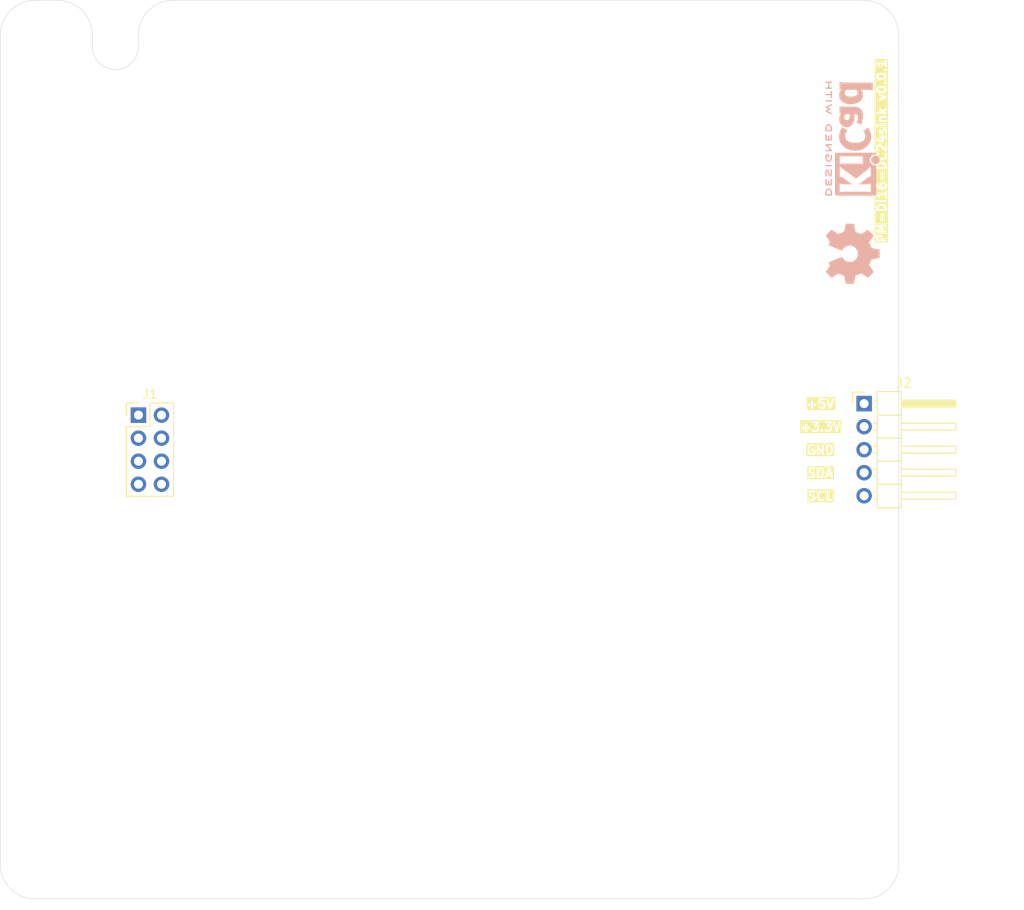
<source format=kicad_pcb>
(kicad_pcb (version 20240108) (generator "pcbnew") (generator_version "8.0")
  (layers (0 "F.Cu" signal) (31 "B.Cu" signal) (34 "B.Paste" user) (35 "F.Paste" user) (36 "B.SilkS" user "B.Silkscreen") (37 "F.SilkS" user "F.Silkscreen") (38 "B.Mask" user) (39 "F.Mask" user) (44 "Edge.Cuts" user))
  (net 0 "")
  (net 2 "GND")
  (net 8 "/SDA")
  (net 9 "/SCL")
  (net 10 "+3.3V_BUS")
  (net 11 "+5V_BUS")
  (footprint "kicad_inventree_lib:PM-front-02x04" (layer "F.Cu") (at 39.37 100.33)
    (property "Reference" "J1" (at 2.54 -6.14 0) (layer "F.SilkS"))
    (property "Value" "~")
    (pad "1" thru_hole rect (at 1.27 -3.81) (size 1.7 1.7) (drill 1) (layers "*.Cu" "*.Mask"))
    (pad "2" thru_hole oval (at 3.81 -3.81) (size 1.7 1.7) (drill 1) (layers "*.Cu" "*.Mask"))
    (pad "3" thru_hole oval (at 1.27 -1.27) (size 1.7 1.7) (drill 1) (layers "*.Cu" "*.Mask"))
    (pad "4" thru_hole oval (at 3.81 -1.27) (size 1.7 1.7) (drill 1) (layers "*.Cu" "*.Mask"))
    (pad "5" thru_hole oval (at 1.27 1.27) (size 1.7 1.7) (drill 1) (layers "*.Cu" "*.Mask"))
    (pad "6" thru_hole oval (at 3.81 1.27) (size 1.7 1.7) (drill 1) (layers "*.Cu" "*.Mask"))
    (pad "7" thru_hole oval (at 1.27 3.81) (size 1.7 1.7) (drill 1) (layers "*.Cu" "*.Mask") (net 2 "GND"))
    (pad "8" thru_hole oval (at 3.81 3.81) (size 1.7 1.7) (drill 1) (layers "*.Cu" "*.Mask") (net 2 "GND"))
  )
  (footprint "MountingHole:MountingHole_3.2mm_M3" (layer "F.Cu") (at 44.45 54.61)
    (property "Reference" "H1" (hide yes))
    (property "Value" "MountingHole")
    (pad "" np_thru_hole circle (at 0 0) (size 3.2 3.2) (drill 3.2) (layers "*.Cu" "*.Mask"))
  )
  (footprint "MountingHole:MountingHole_3.2mm_M3" (layer "F.Cu") (at 120.65 146.05)
    (property "Reference" "H3" (hide yes))
    (property "Value" "MountingHole")
    (pad "" np_thru_hole circle (at 0 0) (size 3.2 3.2) (drill 3.2) (layers "*.Cu" "*.Mask"))
  )
  (footprint "Connector_PinHeader_2.54mm:PinHeader_1x05_P2.54mm_Horizontal" (layer "F.Cu") (at 120.65 95.25)
    (property "Reference" "J2" (at 4.385 -2.27 0) (layer "F.SilkS"))
    (property "Value" "PinHeader_01x05_P2.54_THT_angle")
    (pad "1" thru_hole rect (at 0 0) (size 1.7 1.7) (drill 1) (layers "*.Cu" "*.Mask") (net 11 "+5V_BUS"))
    (pad "2" thru_hole oval (at 0 2.54) (size 1.7 1.7) (drill 1) (layers "*.Cu" "*.Mask") (net 10 "+3.3V_BUS"))
    (pad "3" thru_hole oval (at 0 5.08) (size 1.7 1.7) (drill 1) (layers "*.Cu" "*.Mask") (net 2 "GND"))
    (pad "4" thru_hole oval (at 0 7.62) (size 1.7 1.7) (drill 1) (layers "*.Cu" "*.Mask") (net 8 "/SDA"))
    (pad "5" thru_hole oval (at 0 10.16) (size 1.7 1.7) (drill 1) (layers "*.Cu" "*.Mask") (net 9 "/SCL"))
  )
  (footprint "MountingHole:MountingHole_3.2mm_M3" (layer "F.Cu") (at 120.65 54.61)
    (property "Reference" "H2" (hide yes))
    (property "Value" "MountingHole")
    (pad "" np_thru_hole circle (at 0 0) (size 3.2 3.2) (drill 3.2) (layers "*.Cu" "*.Mask"))
  )
  (footprint "Symbol:KiCad-Logo2_5mm_SilkScreen" (layer "B.Cu") (at 119.38 66.04 90)
    (property "Reference" "kicad_logo" (hide yes))
    (property "Value" "KiCad-Logo2_5mm_SilkScreen" (hide yes))
  )
  (footprint "Symbol:OSHW-Symbol_6.7x6mm_SilkScreen" (layer "B.Cu") (at 119.38 78.74 90)
    (property "Reference" "oshw_logo" (hide yes))
    (property "Value" "OSHW-Symbol_6.7x6mm_SilkScreen" (hide yes))
  )
  (gr_arc (start 31.75 50.8) (mid 34.444077 51.915923) (end 35.56 54.61) (stroke (width 0.05)) (layer "Edge.Cuts"))
  (gr_line (start 29.21 50.8) (end 31.75 50.8) (stroke (width 0.05)) (layer "Edge.Cuts"))
  (gr_arc (start 124.46 146.05) (mid 123.344077 148.744077) (end 120.65 149.86) (stroke (width 0.05)) (layer "Edge.Cuts"))
  (gr_line (start 40.64 54.61) (end 40.64 55.88) (stroke (width 0.05)) (layer "Edge.Cuts"))
  (gr_arc (start 38.1 58.42) (mid 36.303949 57.676051) (end 35.56 55.88) (stroke (width 0.05)) (layer "Edge.Cuts"))
  (gr_line (start 35.56 55.88) (end 35.56 54.61) (stroke (width 0.05)) (layer "Edge.Cuts"))
  (gr_line (start 124.46 54.61) (end 124.46 146.05) (stroke (width 0.05)) (layer "Edge.Cuts"))
  (gr_line (start 44.45 50.8) (end 120.65 50.8) (stroke (width 0.05)) (layer "Edge.Cuts"))
  (gr_arc (start 40.64 55.88) (mid 39.896051 57.676051) (end 38.1 58.42) (stroke (width 0.05)) (layer "Edge.Cuts"))
  (gr_arc (start 29.21 149.86) (mid 26.515923 148.744077) (end 25.4 146.05) (stroke (width 0.05)) (layer "Edge.Cuts"))
  (gr_line (start 120.65 149.86) (end 29.21 149.86) (stroke (width 0.05)) (layer "Edge.Cuts"))
  (gr_arc (start 25.4 54.61) (mid 26.515923 51.915923) (end 29.21 50.8) (stroke (width 0.05)) (layer "Edge.Cuts"))
  (gr_arc (start 40.64 54.61) (mid 41.755923 51.915923) (end 44.45 50.8) (stroke (width 0.05)) (layer "Edge.Cuts"))
  (gr_line (start 25.4 146.05) (end 25.4 54.61) (stroke (width 0.05)) (layer "Edge.Cuts"))
  (gr_arc (start 120.65 50.8) (mid 123.344077 51.915923) (end 124.46 54.61) (stroke (width 0.05)) (layer "Edge.Cuts"))
  (gr_text "+3.3V" (at 113.442857 98.425 0) (layer "F.SilkS" knockout) (effects (font (size 1 1) (thickness 0.2) (bold yes)) (justify left bottom)))
  (gr_text "GND" (at 114.157143 100.965 0) (layer "F.SilkS" knockout) (effects (font (size 1 1) (thickness 0.2) (bold yes)) (justify left bottom)))
  (gr_text "SCL" (at 114.3 106.045 0) (layer "F.SilkS" knockout) (effects (font (size 1 1) (thickness 0.2) (bold yes)) (justify left bottom)))
  (gr_text "+5V" (at 114.157143 95.885 0) (layer "F.SilkS" knockout) (effects (font (size 1 1) (thickness 0.2) (bold yes)) (justify left bottom)))
  (gr_text "SDA" (at 114.27619 103.505 0) (layer "F.SilkS" knockout) (effects (font (size 1 1) (thickness 0.2) (bold yes)) (justify left bottom)))
  (gr_text "PM-DI16-DC24sink v0.0.1" (at 123.19 57.15 90) (layer "F.SilkS" knockout) (effects (font (size 1 1) (thickness 0.2) (bold yes)) (justify right bottom)))
)
</source>
